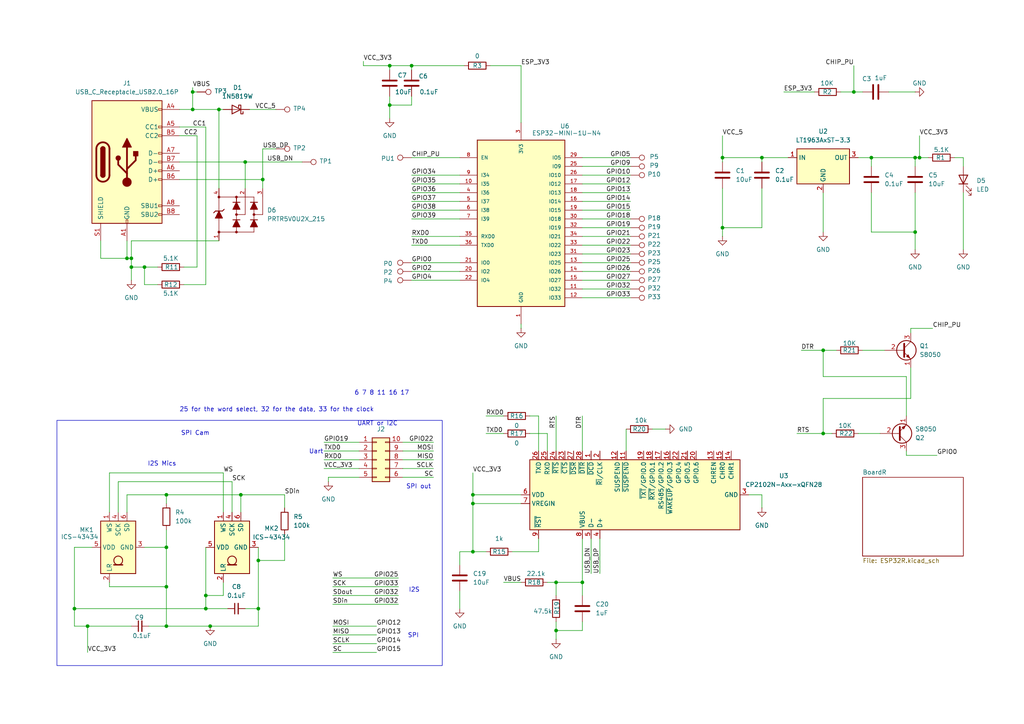
<source format=kicad_sch>
(kicad_sch (version 20231120) (generator "eeschema") (generator_version "8.0")
  (paper "A4")
  (lib_symbols
    (symbol "Connector:TestPoint" (pin_numbers hide) (pin_names (offset 0.762) hide)
      (property "Reference" "TP" (at 0 6.858 0))
      (property "Value" "TestPoint" (at 0 5.08 0))
      (symbol "TestPoint_1_1"
        (pin passive line (at 0 0 90) (length 2.54) (name "1") (number "1"))
      )
    )
    (symbol "Connector:USB_C_Receptacle_USB2.0_16P" (pin_names (offset 1.016))
      (property "Reference" "J" (at 0 22.225 0))
      (property "Value" "USB_C_Receptacle_USB2.0_16P" (at 0 19.685 0))
      (symbol "USB_C_Receptacle_USB2.0_16P_1_1"
        (pin passive line (at 0 -22.86 90) (length 5.08) (name "GND") (number "A1"))
        (pin passive line (at 0 -22.86 90) (length 5.08) hide (name "GND") (number "A12"))
        (pin passive line (at 15.24 15.24 180) (length 5.08) (name "VBUS") (number "A4"))
        (pin bidirectional line (at 15.24 10.16 180) (length 5.08) (name "CC1") (number "A5"))
        (pin bidirectional line (at 15.24 -2.54 180) (length 5.08) (name "D+") (number "A6"))
        (pin bidirectional line (at 15.24 2.54 180) (length 5.08) (name "D-") (number "A7"))
        (pin bidirectional line (at 15.24 -12.7 180) (length 5.08) (name "SBU1") (number "A8"))
        (pin passive line (at 15.24 15.24 180) (length 5.08) hide (name "VBUS") (number "A9"))
        (pin passive line (at 0 -22.86 90) (length 5.08) hide (name "GND") (number "B1"))
        (pin passive line (at 0 -22.86 90) (length 5.08) hide (name "GND") (number "B12"))
        (pin passive line (at 15.24 15.24 180) (length 5.08) hide (name "VBUS") (number "B4"))
        (pin bidirectional line (at 15.24 7.62 180) (length 5.08) (name "CC2") (number "B5"))
        (pin bidirectional line (at 15.24 -5.08 180) (length 5.08) (name "D+") (number "B6"))
        (pin bidirectional line (at 15.24 0 180) (length 5.08) (name "D-") (number "B7"))
        (pin bidirectional line (at 15.24 -15.24 180) (length 5.08) (name "SBU2") (number "B8"))
        (pin passive line (at 15.24 15.24 180) (length 5.08) hide (name "VBUS") (number "B9"))
        (pin passive line (at -7.62 -22.86 90) (length 5.08) (name "SHIELD") (number "S1"))
      )
    )
    (symbol "Connector_Generic:Conn_02x05_Counter_Clockwise" (pin_names (offset 1.016) hide)
      (property "Reference" "J" (at 1.27 7.62 0))
      (property "Value" "Conn_02x05_Counter_Clockwise" (at 1.27 -7.62 0))
      (symbol "Conn_02x05_Counter_Clockwise_1_1"
        (pin passive line (at -5.08 5.08 0) (length 3.81) (name "Pin_1") (number "1"))
        (pin passive line (at 7.62 5.08 180) (length 3.81) (name "Pin_10") (number "10"))
        (pin passive line (at -5.08 2.54 0) (length 3.81) (name "Pin_2") (number "2"))
        (pin passive line (at -5.08 0 0) (length 3.81) (name "Pin_3") (number "3"))
        (pin passive line (at -5.08 -2.54 0) (length 3.81) (name "Pin_4") (number "4"))
        (pin passive line (at -5.08 -5.08 0) (length 3.81) (name "Pin_5") (number "5"))
        (pin passive line (at 7.62 -5.08 180) (length 3.81) (name "Pin_6") (number "6"))
        (pin passive line (at 7.62 -2.54 180) (length 3.81) (name "Pin_7") (number "7"))
        (pin passive line (at 7.62 0 180) (length 3.81) (name "Pin_8") (number "8"))
        (pin passive line (at 7.62 2.54 180) (length 3.81) (name "Pin_9") (number "9"))
      )
    )
    (symbol "Device:C" (pin_numbers hide) (pin_names (offset 0.254))
      (property "Reference" "C" (at 0.635 2.54 0))
      (property "Value" "C" (at 0.635 -2.54 0))
      (symbol "C_1_1"
        (pin passive line (at 0 3.81 270) (length 2.794) (name "~") (number "1"))
        (pin passive line (at 0 -3.81 90) (length 2.794) (name "~") (number "2"))
      )
    )
    (symbol "Device:C_Small" (pin_numbers hide) (pin_names (offset 0.254) hide)
      (property "Reference" "C" (at 0.254 1.778 0))
      (property "Value" "C_Small" (at 0.254 -2.032 0))
      (symbol "C_Small_1_1"
        (pin passive line (at 0 2.54 270) (length 2.032) (name "~") (number "1"))
        (pin passive line (at 0 -2.54 90) (length 2.032) (name "~") (number "2"))
      )
    )
    (symbol "Device:LED" (pin_numbers hide) (pin_names (offset 1.016) hide)
      (property "Reference" "D" (at 0 2.54 0))
      (property "Value" "LED" (at 0 -2.54 0))
      (symbol "LED_1_1"
        (pin passive line (at -3.81 0 0) (length 2.54) (name "K") (number "1"))
        (pin passive line (at 3.81 0 180) (length 2.54) (name "A") (number "2"))
      )
    )
    (symbol "Device:R" (pin_numbers hide) (pin_names (offset 0))
      (property "Reference" "R" (at 2.032 0 90))
      (property "Value" "R" (at 0 0 90))
      (symbol "R_1_1"
        (pin passive line (at 0 3.81 270) (length 1.27) (name "~") (number "1"))
        (pin passive line (at 0 -3.81 90) (length 1.27) (name "~") (number "2"))
      )
    )
    (symbol "Diode:1N5819WS" (pin_numbers hide) (pin_names (offset 1.016) hide)
      (property "Reference" "D" (at 0 2.54 0))
      (property "Value" "1N5819WS" (at 0 -2.54 0))
      (symbol "1N5819WS_1_1"
        (pin passive line (at -3.81 0 0) (length 2.54) (name "K") (number "1"))
        (pin passive line (at 3.81 0 180) (length 2.54) (name "A") (number "2"))
      )
    )
    (symbol "ESP32-MINI-1U-N4:ESP32-MINI-1U-N4" (pin_names (offset 1.016))
      (property "Reference" "U" (at -12.7 28.702 0))
      (property "Value" "ESP32-MINI-1U-N4" (at 2.794 25.908 0))
      (symbol "ESP32-MINI-1U-N4_0_0"
        (pin input line (at -17.78 12.7 0) (length 5.08) (name "I35") (number "10"))
        (pin bidirectional line (at 17.78 -17.78 180) (length 5.08) (name "IO32") (number "11"))
        (pin bidirectional line (at 17.78 -20.32 180) (length 5.08) (name "IO33") (number "12"))
        (pin bidirectional line (at 17.78 -10.16 180) (length 5.08) (name "IO25") (number "13"))
        (pin bidirectional line (at 17.78 -12.7 180) (length 5.08) (name "IO26") (number "14"))
        (pin bidirectional line (at 17.78 -15.24 180) (length 5.08) (name "IO27") (number "15"))
        (pin bidirectional line (at 17.78 7.62 180) (length 5.08) (name "IO14") (number "16"))
        (pin bidirectional line (at 17.78 12.7 180) (length 5.08) (name "IO12") (number "17"))
        (pin bidirectional line (at 17.78 10.16 180) (length 5.08) (name "IO13") (number "18"))
        (pin bidirectional line (at 17.78 5.08 180) (length 5.08) (name "IO15") (number "19"))
        (pin bidirectional line (at -17.78 -12.7 0) (length 5.08) (name "IO2") (number "20"))
        (pin bidirectional line (at -17.78 -10.16 0) (length 5.08) (name "IO0") (number "21"))
        (pin bidirectional line (at -17.78 -15.24 0) (length 5.08) (name "IO4") (number "22"))
        (pin bidirectional line (at 17.78 17.78 180) (length 5.08) (name "IO9") (number "25"))
        (pin bidirectional line (at 17.78 15.24 180) (length 5.08) (name "IO10") (number "26"))
        (pin bidirectional line (at 17.78 20.32 180) (length 5.08) (name "IO5") (number "29"))
        (pin power_in line (at 0 30.48 270) (length 5.08) (name "3V3") (number "3"))
        (pin bidirectional line (at 17.78 2.54 180) (length 5.08) (name "IO18") (number "30"))
        (pin bidirectional line (at 17.78 -7.62 180) (length 5.08) (name "IO23") (number "31"))
        (pin bidirectional line (at 17.78 0 180) (length 5.08) (name "IO19") (number "32"))
        (pin bidirectional line (at 17.78 -5.08 180) (length 5.08) (name "IO22") (number "33"))
        (pin bidirectional line (at 17.78 -2.54 180) (length 5.08) (name "IO21") (number "34"))
        (pin bidirectional line (at -17.78 -2.54 0) (length 5.08) (name "RXD0") (number "35"))
        (pin bidirectional line (at -17.78 -5.08 0) (length 5.08) (name "TXD0") (number "36"))
        (pin input line (at -17.78 10.16 0) (length 5.08) (name "I36") (number "4"))
        (pin input line (at -17.78 7.62 0) (length 5.08) (name "I37") (number "5"))
        (pin input line (at -17.78 5.08 0) (length 5.08) (name "I38") (number "6"))
        (pin input line (at -17.78 2.54 0) (length 5.08) (name "I39") (number "7"))
        (pin input line (at -17.78 20.32 0) (length 5.08) (name "EN") (number "8"))
        (pin input line (at -17.78 15.24 0) (length 5.08) (name "I34") (number "9"))
      )
      (symbol "ESP32-MINI-1U-N4_1_0"
        (pin power_in line (at 0 -27.94 90) (length 5.08) (name "GND") (number "1"))
        (pin power_in line (at 0 -27.94 90) (length 5.08) hide (name "GND") (number "2"))
        (pin no_connect line (at -17.78 -20.32 0) (length 5.08) hide (name "NC") (number "23"))
        (pin no_connect line (at -17.78 -20.32 0) (length 5.08) hide (name "NC__1") (number "24"))
        (pin power_in line (at 0 -27.94 90) (length 5.08) hide (name "GND") (number "27"))
        (pin no_connect line (at -17.78 -20.32 0) (length 5.08) hide (name "NC__2") (number "28"))
        (pin no_connect line (at -17.78 -20.32 0) (length 5.08) hide (name "NC__3") (number "37"))
        (pin power_in line (at 0 -27.94 90) (length 5.08) hide (name "GND") (number "38"))
        (pin power_in line (at 0 -27.94 90) (length 5.08) hide (name "GND") (number "39"))
        (pin power_in line (at 0 -27.94 90) (length 5.08) hide (name "GND") (number "40"))
        (pin power_in line (at 0 -27.94 90) (length 5.08) hide (name "GND") (number "41"))
        (pin power_in line (at 0 -27.94 90) (length 5.08) hide (name "GND") (number "42"))
        (pin power_in line (at 0 -27.94 90) (length 5.08) hide (name "GND") (number "43"))
        (pin power_in line (at 0 -27.94 90) (length 5.08) hide (name "GND") (number "44"))
        (pin power_in line (at 0 -27.94 90) (length 5.08) hide (name "GND") (number "45"))
        (pin power_in line (at 0 -27.94 90) (length 5.08) hide (name "GND") (number "46"))
        (pin power_in line (at 0 -27.94 90) (length 5.08) hide (name "GND") (number "47"))
        (pin power_in line (at 0 -27.94 90) (length 5.08) hide (name "GND") (number "48"))
        (pin power_in line (at 0 -27.94 90) (length 5.08) hide (name "GND") (number "49"))
        (pin power_in line (at 0 -27.94 90) (length 5.08) hide (name "GND") (number "50"))
        (pin power_in line (at 0 -27.94 90) (length 5.08) hide (name "GND") (number "51"))
        (pin power_in line (at 0 -27.94 90) (length 5.08) hide (name "GND") (number "52"))
        (pin power_in line (at 0 -27.94 90) (length 5.08) hide (name "GND") (number "53"))
        (pin power_in line (at 0 -27.94 90) (length 5.08) hide (name "GND") (number "54"))
        (pin power_in line (at 0 -27.94 90) (length 5.08) hide (name "GND") (number "55"))
        (pin power_in line (at 0 -27.94 90) (length 5.08) hide (name "GND") (number "56"))
        (pin power_in line (at 0 -27.94 90) (length 5.08) hide (name "GND") (number "57"))
        (pin power_in line (at 0 -27.94 90) (length 5.08) hide (name "GND") (number "58"))
        (pin power_in line (at 0 -27.94 90) (length 5.08) hide (name "GND") (number "59"))
        (pin power_in line (at 0 -27.94 90) (length 5.08) hide (name "GND") (number "60"))
        (pin power_in line (at 0 -27.94 90) (length 5.08) hide (name "GND") (number "61"))
        (pin power_in line (at 0 -27.94 90) (length 5.08) hide (name "GND") (number "62"))
      )
    )
    (symbol "Interface_USB:CP2102N-Axx-xQFN28"
      (property "Reference" "U" (at -8.89 31.75 0))
      (property "Value" "CP2102N-Axx-xQFN28" (at 12.7 31.75 0))
      (symbol "CP2102N-Axx-xQFN28_1_1"
        (pin input line (at 12.7 12.7 180) (length 2.54) (name "~{DCD}") (number "1"))
        (pin no_connect line (at -10.16 -27.94 0) (length 2.54) hide (name "NC") (number "10"))
        (pin output line (at 12.7 2.54 180) (length 2.54) (name "~{SUSPEND}") (number "11"))
        (pin output line (at 12.7 5.08 180) (length 2.54) (name "SUSPEND") (number "12"))
        (pin output line (at 12.7 -22.86 180) (length 2.54) (name "CHREN") (number "13"))
        (pin output line (at 12.7 -27.94 180) (length 2.54) (name "CHR1") (number "14"))
        (pin output line (at 12.7 -25.4 180) (length 2.54) (name "CHR0") (number "15"))
        (pin bidirectional line (at 12.7 -10.16 180) (length 2.54) (name "~{WAKEUP}/GPIO.3") (number "16"))
        (pin bidirectional line (at 12.7 -7.62 180) (length 2.54) (name "RS485/GPIO.2") (number "17"))
        (pin bidirectional line (at 12.7 -5.08 180) (length 2.54) (name "~{RXT}/GPIO.1") (number "18"))
        (pin bidirectional line (at 12.7 -2.54 180) (length 2.54) (name "~{TXT}/GPIO.0") (number "19"))
        (pin bidirectional line (at 12.7 10.16 180) (length 2.54) (name "~{RI}/CLK") (number "2"))
        (pin bidirectional line (at 12.7 -17.78 180) (length 2.54) (name "GPIO.6") (number "20"))
        (pin bidirectional line (at 12.7 -15.24 180) (length 2.54) (name "GPIO.5") (number "21"))
        (pin bidirectional line (at 12.7 -12.7 180) (length 2.54) (name "GPIO.4") (number "22"))
        (pin input line (at 12.7 20.32 180) (length 2.54) (name "~{CTS}") (number "23"))
        (pin output line (at 12.7 22.86 180) (length 2.54) (name "~{RTS}") (number "24"))
        (pin input line (at 12.7 25.4 180) (length 2.54) (name "RXD") (number "25"))
        (pin output line (at 12.7 27.94 180) (length 2.54) (name "TXD") (number "26"))
        (pin input line (at 12.7 17.78 180) (length 2.54) (name "~{DSR}") (number "27"))
        (pin output line (at 12.7 15.24 180) (length 2.54) (name "~{DTR}") (number "28"))
        (pin passive line (at 0 -33.02 90) (length 2.54) hide (name "GND") (number "29"))
        (pin power_in line (at 0 -33.02 90) (length 2.54) (name "GND") (number "3"))
        (pin bidirectional line (at -12.7 10.16 0) (length 2.54) (name "D+") (number "4"))
        (pin bidirectional line (at -12.7 12.7 0) (length 2.54) (name "D-") (number "5"))
        (pin power_in line (at 0 33.02 270) (length 2.54) (name "VDD") (number "6"))
        (pin power_in line (at -2.54 33.02 270) (length 2.54) (name "VREGIN") (number "7"))
        (pin input line (at -12.7 15.24 0) (length 2.54) (name "VBUS") (number "8"))
        (pin input line (at -12.7 27.94 0) (length 2.54) (name "~{RST}") (number "9"))
      )
    )
    (symbol "PRTR5V0U2X_215:PRTR5V0U2X_215" (pin_names (offset 1.016))
      (property "Reference" "D" (at -2.5474 -7.5404 0))
      (property "Value" "PRTR5V0U2X_215" (at -2.543 -10.3245 0))
      (symbol "PRTR5V0U2X_215_0_0"
        (pin passive line (at -5.08 -7.62 90) (length 2.54) (name "~") (number "1"))
        (pin passive line (at 2.54 7.62 270) (length 2.54) (name "~") (number "2"))
        (pin passive line (at 7.62 7.62 270) (length 2.54) (name "~") (number "3"))
        (pin passive line (at -5.08 7.62 270) (length 2.54) (name "~") (number "4"))
      )
    )
    (symbol "Regulator_Linear:LT1963AxST-3.3"
      (property "Reference" "U2" (at 0 10.16 0))
      (property "Value" "LT1963AxST-3.3" (at 0 7.62 0))
      (symbol "LT1963AxST-3.3_1_1"
        (pin power_in line (at -10.16 2.54 0) (length 2.54) (name "IN") (number "1"))
        (pin power_in line (at 0 -7.62 90) (length 2.54) (name "GND") (number "2"))
        (pin power_out line (at 10.16 2.54 180) (length 2.54) (name "OUT") (number "3"))
        (pin power_in line (at 0 -7.62 90) (length 2.54) hide (name "GND") (number "4"))
      )
    )
    (symbol "Sensor_Audio:ICS-43434"
      (property "Reference" "MK" (at -7.62 6.35 0))
      (property "Value" "ICS-43434" (at 1.27 6.35 0))
      (symbol "ICS-43434_1_1"
        (pin input line (at 10.16 2.54 180) (length 2.54) (name "WS") (number "1"))
        (pin input line (at -10.16 2.54 0) (length 2.54) (name "LR") (number "2"))
        (pin power_in line (at 0 -7.62 90) (length 2.54) (name "GND") (number "3"))
        (pin input line (at 10.16 0 180) (length 2.54) (name "SCK") (number "4"))
        (pin power_in line (at 0 7.62 270) (length 2.54) (name "VDD") (number "5"))
        (pin output line (at 10.16 -2.54 180) (length 2.54) (name "SD") (number "6"))
      )
    )
    (symbol "Transistor_BJT:S8050" (pin_names (offset 0) hide)
      (property "Reference" "Q" (at 5.08 1.905 0))
      (property "Value" "S8050" (at 5.08 0 0))
      (symbol "S8050_1_1"
        (pin passive line (at 2.54 -5.08 90) (length 2.54) (name "E") (number "1"))
        (pin input line (at -5.08 0 0) (length 5.08) (name "B") (number "2"))
        (pin passive line (at 2.54 5.08 270) (length 2.54) (name "C") (number "3"))
      )
    )
    (symbol "power:GND" (power) (pin_numbers hide) (pin_names (offset 0) hide)
      (property "Value" "GND" (at 0 -3.81 0))
      (symbol "GND_1_1"
        (pin power_in line (at 0 0 270) (length 0) (name "~") (number "1"))
      )
    )
  )
  (junction (at 38.1 74.93))
  (junction (at 161.29 168.91))
  (junction (at 71.12 46.99))
  (junction (at 59.69 172.72))
  (junction (at 59.69 176.53))
  (junction (at 69.85 143.51))
  (junction (at 48.26 181.61))
  (junction (at 265.43 45.72))
  (junction (at 76.2 52.07))
  (junction (at 265.43 67.31))
  (junction (at 209.55 66.04))
  (junction (at 74.93 162.56))
  (junction (at 247.65 26.67))
  (junction (at 168.91 168.91))
  (junction (at 41.91 77.47))
  (junction (at 63.5 31.75))
  (junction (at 48.26 158.75))
  (junction (at 238.76 101.6))
  (junction (at 38.1 77.47))
  (junction (at 48.26 143.51))
  (junction (at 266.7 45.72))
  (junction (at 55.88 26.67))
  (junction (at 25.4 181.61))
  (junction (at 113.03 19.05))
  (junction (at 220.98 45.72))
  (junction (at 60.96 181.61))
  (junction (at 238.76 125.73))
  (junction (at 21.59 176.53))
  (junction (at 209.55 45.72))
  (junction (at 137.16 160.02))
  (junction (at 113.03 30.48))
  (junction (at 48.26 170.18))
  (junction (at 161.29 182.88))
  (junction (at 119.38 19.05))
  (junction (at 137.16 143.51))
  (junction (at 252.73 45.72))
  (junction (at 55.88 31.75))
  (junction (at 74.93 176.53))
  (junction (at 36.83 74.93))
  (junction (at 137.16 146.05))
  (wire (pts (xy 153.67 125.73) (xy 158.75 125.73)))
  (wire (pts (xy 36.83 69.85) (xy 36.83 74.93)))
  (wire (pts (xy 69.85 143.51) (xy 82.55 143.51)))
  (wire (pts (xy 133.35 58.42) (xy 119.38 58.42)))
  (wire (pts (xy 74.93 181.61) (xy 74.93 176.53)))
  (wire (pts (xy 67.31 139.7) (xy 67.31 148.59)))
  (wire (pts (xy 25.4 181.61) (xy 21.59 181.61)))
  (wire (pts (xy 137.16 146.05) (xy 151.13 146.05)))
  (wire (pts (xy 105.41 19.05) (xy 113.03 19.05)))
  (wire (pts (xy 161.29 168.91) (xy 161.29 172.72)))
  (wire (pts (xy 182.88 63.5) (xy 168.91 63.5)))
  (wire (pts (xy 72.39 31.75) (xy 80.01 31.75)))
  (wire (pts (xy 231.14 125.73) (xy 238.76 125.73)))
  (wire (pts (xy 104.14 138.43) (xy 95.25 138.43)))
  (wire (pts (xy 59.69 82.55) (xy 53.34 82.55)))
  (wire (pts (xy 161.29 180.34) (xy 161.29 182.88)))
  (wire (pts (xy 161.29 120.65) (xy 161.29 130.81)))
  (wire (pts (xy 252.73 45.72) (xy 252.73 48.26)))
  (wire (pts (xy 168.91 81.28) (xy 182.88 81.28)))
  (wire (pts (xy 113.03 19.05) (xy 119.38 19.05)))
  (wire (pts (xy 146.05 168.91) (xy 151.13 168.91)))
  (wire (pts (xy 252.73 55.88) (xy 252.73 67.31)))
  (wire (pts (xy 168.91 66.04) (xy 182.88 66.04)))
  (wire (pts (xy 182.88 53.34) (xy 168.91 53.34)))
  (wire (pts (xy 133.35 160.02) (xy 137.16 160.02)))
  (wire (pts (xy 168.91 73.66) (xy 182.88 73.66)))
  (wire (pts (xy 96.52 172.72) (xy 115.57 172.72)))
  (wire (pts (xy 43.18 181.61) (xy 48.26 181.61)))
  (wire (pts (xy 137.16 160.02) (xy 140.97 160.02)))
  (wire (pts (xy 156.21 156.21) (xy 156.21 160.02)))
  (wire (pts (xy 36.83 143.51) (xy 48.26 143.51)))
  (wire (pts (xy 238.76 115.57) (xy 238.76 125.73)))
  (wire (pts (xy 158.75 168.91) (xy 161.29 168.91)))
  (wire (pts (xy 48.26 143.51) (xy 48.26 146.05)))
  (wire (pts (xy 133.35 68.58) (xy 119.38 68.58)))
  (wire (pts (xy 262.89 132.08) (xy 271.78 132.08)))
  (wire (pts (xy 137.16 143.51) (xy 137.16 146.05)))
  (wire (pts (xy 41.91 77.47) (xy 45.72 77.47)))
  (wire (pts (xy 55.88 26.67) (xy 55.88 31.75)))
  (wire (pts (xy 38.1 77.47) (xy 38.1 74.93)))
  (wire (pts (xy 220.98 143.51) (xy 217.17 143.51)))
  (wire (pts (xy 59.69 172.72) (xy 64.77 172.72)))
  (wire (pts (xy 52.07 31.75) (xy 55.88 31.75)))
  (wire (pts (xy 257.81 26.67) (xy 265.43 26.67)))
  (wire (pts (xy 264.16 96.52) (xy 264.16 95.25)))
  (wire (pts (xy 93.98 135.89) (xy 104.14 135.89)))
  (wire (pts (xy 21.59 176.53) (xy 59.69 176.53)))
  (wire (pts (xy 168.91 68.58) (xy 182.88 68.58)))
  (wire (pts (xy 119.38 27.94) (xy 119.38 30.48)))
  (wire (pts (xy 168.91 168.91) (xy 168.91 172.72)))
  (wire (pts (xy 168.91 168.91) (xy 168.91 156.21)))
  (wire (pts (xy 168.91 71.12) (xy 182.88 71.12)))
  (wire (pts (xy 74.93 162.56) (xy 74.93 158.75)))
  (wire (pts (xy 133.35 176.53) (xy 133.35 171.45)))
  (wire (pts (xy 133.35 63.5) (xy 119.38 63.5)))
  (wire (pts (xy 116.84 128.27) (xy 125.73 128.27)))
  (wire (pts (xy 113.03 19.05) (xy 113.03 20.32)))
  (wire (pts (xy 220.98 45.72) (xy 228.6 45.72)))
  (wire (pts (xy 252.73 67.31) (xy 265.43 67.31)))
  (wire (pts (xy 133.35 163.83) (xy 133.35 160.02)))
  (wire (pts (xy 59.69 172.72) (xy 59.69 158.75)))
  (wire (pts (xy 21.59 158.75) (xy 21.59 176.53)))
  (wire (pts (xy 168.91 78.74) (xy 182.88 78.74)))
  (wire (pts (xy 248.92 45.72) (xy 252.73 45.72)))
  (wire (pts (xy 119.38 76.2) (xy 133.35 76.2)))
  (wire (pts (xy 156.21 160.02) (xy 148.59 160.02)))
  (wire (pts (xy 38.1 81.28) (xy 38.1 77.47)))
  (wire (pts (xy 265.43 55.88) (xy 265.43 67.31)))
  (wire (pts (xy 48.26 143.51) (xy 69.85 143.51)))
  (wire (pts (xy 182.88 60.96) (xy 168.91 60.96)))
  (wire (pts (xy 156.21 120.65) (xy 156.21 130.81)))
  (wire (pts (xy 125.73 138.43) (xy 116.84 138.43)))
  (wire (pts (xy 113.03 30.48) (xy 113.03 34.29)))
  (wire (pts (xy 262.89 130.81) (xy 262.89 132.08)))
  (wire (pts (xy 41.91 158.75) (xy 48.26 158.75)))
  (wire (pts (xy 93.98 130.81) (xy 104.14 130.81)))
  (wire (pts (xy 238.76 101.6) (xy 242.57 101.6)))
  (wire (pts (xy 119.38 78.74) (xy 133.35 78.74)))
  (wire (pts (xy 74.93 176.53) (xy 74.93 162.56)))
  (wire (pts (xy 96.52 170.18) (xy 115.57 170.18)))
  (wire (pts (xy 182.88 45.72) (xy 168.91 45.72)))
  (wire (pts (xy 265.43 67.31) (xy 265.43 72.39)))
  (wire (pts (xy 265.43 45.72) (xy 266.7 45.72)))
  (wire (pts (xy 182.88 50.8) (xy 168.91 50.8)))
  (wire (pts (xy 71.12 46.99) (xy 71.12 54.61)))
  (wire (pts (xy 93.98 133.35) (xy 104.14 133.35)))
  (wire (pts (xy 48.26 181.61) (xy 60.96 181.61)))
  (wire (pts (xy 265.43 45.72) (xy 265.43 48.26)))
  (wire (pts (xy 266.7 39.37) (xy 266.7 45.72)))
  (wire (pts (xy 243.84 26.67) (xy 247.65 26.67)))
  (wire (pts (xy 264.16 115.57) (xy 238.76 115.57)))
  (wire (pts (xy 250.19 101.6) (xy 256.54 101.6)))
  (wire (pts (xy 279.4 55.88) (xy 279.4 72.39)))
  (wire (pts (xy 189.23 124.46) (xy 193.04 124.46)))
  (wire (pts (xy 38.1 69.85) (xy 38.1 74.93)))
  (wire (pts (xy 232.41 101.6) (xy 238.76 101.6)))
  (wire (pts (xy 247.65 26.67) (xy 250.19 26.67)))
  (wire (pts (xy 264.16 95.25) (xy 270.51 95.25)))
  (wire (pts (xy 104.14 128.27) (xy 93.98 128.27)))
  (wire (pts (xy 52.07 52.07) (xy 76.2 52.07)))
  (wire (pts (xy 220.98 46.99) (xy 220.98 45.72)))
  (wire (pts (xy 21.59 181.61) (xy 21.59 176.53)))
  (wire (pts (xy 119.38 45.72) (xy 133.35 45.72)))
  (wire (pts (xy 161.29 182.88) (xy 161.29 185.42)))
  (wire (pts (xy 238.76 55.88) (xy 238.76 67.31)))
  (wire (pts (xy 57.15 77.47) (xy 53.34 77.47)))
  (wire (pts (xy 153.67 120.65) (xy 156.21 120.65)))
  (wire (pts (xy 182.88 58.42) (xy 168.91 58.42)))
  (wire (pts (xy 48.26 153.67) (xy 48.26 158.75)))
  (wire (pts (xy 113.03 27.94) (xy 113.03 30.48)))
  (wire (pts (xy 125.73 133.35) (xy 116.84 133.35)))
  (wire (pts (xy 48.26 158.75) (xy 48.26 170.18)))
  (wire (pts (xy 82.55 154.94) (xy 82.55 162.56)))
  (wire (pts (xy 36.83 74.93) (xy 38.1 74.93)))
  (wire (pts (xy 119.38 30.48) (xy 113.03 30.48)))
  (wire (pts (xy 248.92 125.73) (xy 255.27 125.73)))
  (wire (pts (xy 220.98 143.51) (xy 220.98 147.32)))
  (wire (pts (xy 57.15 26.67) (xy 55.88 26.67)))
  (wire (pts (xy 95.25 138.43) (xy 95.25 139.7)))
  (wire (pts (xy 209.55 45.72) (xy 220.98 45.72)))
  (wire (pts (xy 262.89 120.65) (xy 262.89 109.22)))
  (wire (pts (xy 96.52 175.26) (xy 115.57 175.26)))
  (wire (pts (xy 264.16 106.68) (xy 264.16 115.57)))
  (wire (pts (xy 119.38 19.05) (xy 134.62 19.05)))
  (wire (pts (xy 133.35 71.12) (xy 119.38 71.12)))
  (wire (pts (xy 57.15 39.37) (xy 57.15 77.47)))
  (wire (pts (xy 137.16 143.51) (xy 151.13 143.51)))
  (wire (pts (xy 168.91 76.2) (xy 182.88 76.2)))
  (wire (pts (xy 76.2 43.18) (xy 76.2 52.07)))
  (wire (pts (xy 80.01 43.18) (xy 76.2 43.18)))
  (wire (pts (xy 55.88 31.75) (xy 63.5 31.75)))
  (wire (pts (xy 29.21 69.85) (xy 29.21 74.93)))
  (wire (pts (xy 151.13 35.56) (xy 151.13 19.05)))
  (wire (pts (xy 140.97 120.65) (xy 146.05 120.65)))
  (wire (pts (xy 76.2 52.07) (xy 76.2 54.61)))
  (wire (pts (xy 238.76 109.22) (xy 238.76 101.6)))
  (wire (pts (xy 31.75 170.18) (xy 48.26 170.18)))
  (wire (pts (xy 252.73 45.72) (xy 265.43 45.72)))
  (wire (pts (xy 262.89 109.22) (xy 238.76 109.22)))
  (wire (pts (xy 38.1 77.47) (xy 41.91 77.47)))
  (wire (pts (xy 71.12 176.53) (xy 74.93 176.53)))
  (wire (pts (xy 64.77 148.59) (xy 64.77 137.16)))
  (wire (pts (xy 29.21 74.93) (xy 36.83 74.93)))
  (wire (pts (xy 34.29 139.7) (xy 34.29 148.59)))
  (wire (pts (xy 158.75 125.73) (xy 158.75 130.81)))
  (wire (pts (xy 279.4 45.72) (xy 279.4 48.26)))
  (wire (pts (xy 116.84 130.81) (xy 125.73 130.81)))
  (wire (pts (xy 26.67 158.75) (xy 21.59 158.75)))
  (wire (pts (xy 161.29 168.91) (xy 168.91 168.91)))
  (wire (pts (xy 25.4 189.23) (xy 25.4 181.61)))
  (wire (pts (xy 151.13 93.98) (xy 151.13 95.25)))
  (wire (pts (xy 48.26 170.18) (xy 48.26 181.61)))
  (wire (pts (xy 181.61 124.46) (xy 181.61 130.81)))
  (wire (pts (xy 168.91 182.88) (xy 161.29 182.88)))
  (wire (pts (xy 137.16 137.16) (xy 137.16 143.51)))
  (wire (pts (xy 59.69 176.53) (xy 66.04 176.53)))
  (wire (pts (xy 168.91 86.36) (xy 182.88 86.36)))
  (wire (pts (xy 45.72 82.55) (xy 41.91 82.55)))
  (wire (pts (xy 71.12 46.99) (xy 87.63 46.99)))
  (wire (pts (xy 151.13 19.05) (xy 142.24 19.05)))
  (wire (pts (xy 31.75 137.16) (xy 31.75 148.59)))
  (wire (pts (xy 63.5 31.75) (xy 64.77 31.75)))
  (wire (pts (xy 125.73 135.89) (xy 116.84 135.89)))
  (wire (pts (xy 247.65 26.67) (xy 247.65 19.05)))
  (wire (pts (xy 69.85 143.51) (xy 69.85 148.59)))
  (wire (pts (xy 96.52 181.61) (xy 109.22 181.61)))
  (wire (pts (xy 52.07 46.99) (xy 71.12 46.99)))
  (wire (pts (xy 276.86 45.72) (xy 279.4 45.72)))
  (wire (pts (xy 133.35 50.8) (xy 119.38 50.8)))
  (wire (pts (xy 133.35 55.88) (xy 119.38 55.88)))
  (wire (pts (xy 209.55 66.04) (xy 209.55 68.58)))
  (wire (pts (xy 63.5 31.75) (xy 63.5 54.61)))
  (wire (pts (xy 41.91 82.55) (xy 41.91 77.47)))
  (wire (pts (xy 31.75 170.18) (xy 31.75 168.91)))
  (wire (pts (xy 36.83 148.59) (xy 36.83 143.51)))
  (wire (pts (xy 96.52 189.23) (xy 109.22 189.23)))
  (wire (pts (xy 168.91 180.34) (xy 168.91 182.88)))
  (wire (pts (xy 137.16 146.05) (xy 137.16 160.02)))
  (wire (pts (xy 34.29 139.7) (xy 67.31 139.7)))
  (wire (pts (xy 133.35 53.34) (xy 119.38 53.34)))
  (wire (pts (xy 209.55 39.37) (xy 209.55 45.72)))
  (wire (pts (xy 171.45 156.21) (xy 171.45 166.37)))
  (wire (pts (xy 60.96 181.61) (xy 74.93 181.61)))
  (wire (pts (xy 266.7 45.72) (xy 269.24 45.72)))
  (wire (pts (xy 74.93 162.56) (xy 82.55 162.56)))
  (wire (pts (xy 227.33 26.67) (xy 236.22 26.67)))
  (wire (pts (xy 140.97 125.73) (xy 146.05 125.73)))
  (wire (pts (xy 182.88 48.26) (xy 168.91 48.26)))
  (wire (pts (xy 220.98 66.04) (xy 209.55 66.04)))
  (wire (pts (xy 64.77 137.16) (xy 31.75 137.16)))
  (wire (pts (xy 96.52 184.15) (xy 109.22 184.15)))
  (wire (pts (xy 59.69 36.83) (xy 59.69 82.55)))
  (wire (pts (xy 168.91 120.65) (xy 168.91 130.81)))
  (wire (pts (xy 105.41 17.78) (xy 105.41 19.05)))
  (wire (pts (xy 119.38 19.05) (xy 119.38 20.32)))
  (wire (pts (xy 38.1 181.61) (xy 25.4 181.61)))
  (wire (pts (xy 238.76 125.73) (xy 241.3 125.73)))
  (wire (pts (xy 96.52 186.69) (xy 109.22 186.69)))
  (wire (pts (xy 173.99 156.21) (xy 173.99 166.37)))
  (wire (pts (xy 168.91 83.82) (xy 182.88 83.82)))
  (wire (pts (xy 220.98 54.61) (xy 220.98 66.04)))
  (wire (pts (xy 209.55 46.99) (xy 209.55 45.72)))
  (wire (pts (xy 119.38 81.28) (xy 133.35 81.28)))
  (wire (pts (xy 133.35 60.96) (xy 119.38 60.96)))
  (wire (pts (xy 64.77 168.91) (xy 64.77 172.72)))
  (wire (pts (xy 59.69 176.53) (xy 59.69 172.72)))
  (wire (pts (xy 209.55 54.61) (xy 209.55 66.04)))
  (wire (pts (xy 52.07 39.37) (xy 57.15 39.37)))
  (wire (pts (xy 182.88 55.88) (xy 168.91 55.88)))
  (wire (pts (xy 52.07 36.83) (xy 59.69 36.83)))
  (wire (pts (xy 38.1 69.85) (xy 63.5 69.85)))
  (wire (pts (xy 55.88 25.4) (xy 55.88 26.67)))
  (wire (pts (xy 82.55 143.51) (xy 82.55 147.32)))
  (wire (pts (xy 96.52 167.64) (xy 115.57 167.64)))
  (rectangle (start 16.51 121.92) (end 128.27 193.04))
  (text "UART or I2C\n" (at 109.474 122.936 0) (effects (font (size 1.27 1.27))))
  (text "I2S" (at 120.142 171.196 0) (effects (font (size 1.27 1.27))))
  (text "SPI Cam\n" (at 56.642 125.73 0) (effects (font (size 1.27 1.27))))
  (text "25 for the word select, 32 for the data, 33 for the clock" (at 80.264 118.872 0) (effects (font (size 1.27 1.27))))
  (text "I2S Mics" (at 46.99 134.62 0) (effects (font (size 1.27 1.27))))
  (text "Uart\n" (at 91.694 131.064 0) (effects (font (size 1.27 1.27))))
  (text "SPI out\n" (at 121.412 141.224 0) (effects (font (size 1.27 1.27))))
  (text "6 7 8 11 16 17" (at 110.744 114.046 0) (effects (font (size 1.27 1.27))))
  (text "SPI\n" (at 119.888 184.404 0) (effects (font (size 1.27 1.27))))
  (label "GPIO34" (at 119.38 50.8 0))
  (label "DTR" (at 168.91 120.65 270))
  (label "GPIO0" (at 271.78 132.08 0) (property "Netclass" "GPIO0" (effects (hide yes))))
  (label "VBUS" (at 146.05 168.91 0))
  (label "GPIO32" (at 182.88 83.82 180))
  (label "GPIO12" (at 109.22 181.61 0))
  (label "RTS" (at 161.29 120.65 270))
  (label "GPIO19" (at 182.88 66.04 180))
  (label "GPIO15" (at 182.88 60.96 180))
  (label "GPIO39" (at 119.38 63.5 0))
  (label "GPIO33" (at 115.57 170.18 180))
  (label "TXD0" (at 140.97 125.73 0))
  (label "TXD0" (at 93.98 130.81 0))
  (label "MOSI" (at 125.73 130.81 180))
  (label "GPIO27" (at 182.88 81.28 180))
  (label "SCK" (at 67.31 139.7 0))
  (label "GPIO14" (at 182.88 58.42 180))
  (label "GPIO32" (at 115.57 172.72 180))
  (label "USB_DN" (at 77.47 46.99 0))
  (label "ESP_3V3" (at 151.13 19.05 0))
  (label "GPIO14" (at 109.22 186.69 0))
  (label "USB_DP" (at 173.99 166.37 90))
  (label "GPIO26" (at 182.88 78.74 180))
  (label "DTR" (at 232.41 101.6 0))
  (label "GPIO22" (at 125.73 128.27 180))
  (label "SDin" (at 82.55 143.51 0))
  (label "GPIO9" (at 182.88 48.26 180))
  (label "RXD0" (at 140.97 120.65 0))
  (label "GPIO15" (at 109.22 189.23 0))
  (label "RXD0" (at 119.38 68.58 0))
  (label "MISO" (at 125.73 133.35 180))
  (label "GPIO18" (at 182.88 63.5 180))
  (label "GPIO0" (at 119.38 76.2 0) (property "Netclass" "GPIO0" (effects (hide yes))))
  (label "VCC_3V3" (at 93.98 135.89 0))
  (label "ESP_3V3" (at 227.33 26.67 0))
  (label "CC1" (at 55.88 36.83 0))
  (label "USB_DP" (at 76.2 43.18 0))
  (label "SDout" (at 96.52 172.72 0))
  (label "GPIO37" (at 119.38 58.42 0))
  (label "RXD0" (at 93.98 133.35 0))
  (label "RTS" (at 231.14 125.73 0))
  (label "SC" (at 96.52 189.23 0))
  (label "GPIO33" (at 182.88 86.36 180))
  (label "TXD0" (at 119.38 71.12 0))
  (label "GPIO4" (at 119.38 81.28 0))
  (label "GPIO22" (at 182.88 71.12 180))
  (label "VBUS" (at 55.88 25.4 0))
  (label "GPIO38" (at 119.38 60.96 0))
  (label "GPIO2" (at 119.38 78.74 0))
  (label "MOSI" (at 96.52 181.61 0))
  (label "GPIO36" (at 119.38 55.88 0))
  (label "GPIO23" (at 182.88 73.66 180))
  (label "VCC_3V3" (at 25.4 189.23 0))
  (label "USB_DN" (at 171.45 166.37 90))
  (label "SDin" (at 96.52 175.26 0))
  (label "GPIO13" (at 109.22 184.15 0))
  (label "CHIP_PU" (at 270.51 95.25 0))
  (label "CHIP_PU" (at 119.38 45.72 0))
  (label "SCLK" (at 125.73 135.89 180))
  (label "WS" (at 96.52 167.64 0))
  (label "GPIO32" (at 115.57 175.26 180))
  (label "GPIO12" (at 182.88 53.34 180))
  (label "VCC_3V3" (at 266.7 39.37 0))
  (label "GPIO25" (at 115.57 167.64 180))
  (label "GPIO35" (at 119.38 53.34 0))
  (label "GPIO19" (at 93.98 128.27 0))
  (label "WS" (at 64.77 137.16 0))
  (label "SCK" (at 96.52 170.18 0))
  (label "SC" (at 125.73 138.43 180))
  (label "SCLK" (at 96.52 186.69 0))
  (label "CHIP_PU" (at 247.65 19.05 180))
  (label "GPIO13" (at 182.88 55.88 180))
  (label "GPIO25" (at 182.88 76.2 180))
  (label "CC2" (at 53.34 39.37 0))
  (label "VCC_3V3" (at 137.16 137.16 0))
  (label "VCC_3V3" (at 105.41 17.78 0))
  (label "GPIO5" (at 182.88 45.72 180))
  (label "VCC_5" (at 80.01 31.75 180))
  (label "GPIO10" (at 182.88 50.8 180))
  (label "GPIO21" (at 182.88 68.58 180))
  (label "MISO" (at 96.52 184.15 0))
  (label "VCC_5" (at 209.55 39.37 0))
  (symbol (lib_id "Device:C_Small") (at 68.58 176.53 90) (unit 1)
    (property "Reference" "C8" (at 68.5863 170.18 90))
    (property "Value" "0.1uF" (at 68.5863 172.72 90))
    (property "Footprint" "Capacitor_SMD:C_0805_2012Metric_Pad1.18x1.45mm_HandSolder" (effects (hide yes)))
    (property "Description" "Unpolarized capacitor, small symbol" (effects (hide yes)))
  )
  (symbol (lib_id "power:GND") (at 265.43 26.67 90) (unit 1)
    (property "Reference" "#PWR08" (effects (hide yes)))
    (property "Value" "GND" (at 266.7 24.13 90))
    (property "Description" "Power symbol creates a global label with name \"GND\" , ground" (effects (hide yes)))
  )
  (symbol (lib_id "Device:R") (at 82.55 151.13 0) (unit 1)
    (property "Reference" "R5" (at 85.09 149.8599 0) (effects (justify left)))
    (property "Value" "100k" (at 85.09 152.3999 0) (effects (justify left)))
    (property "Footprint" "Resistor_SMD:R_0805_2012Metric_Pad1.20x1.40mm_HandSolder" (effects (hide yes)))
    (property "Description" "Resistor" (effects (hide yes)))
  )
  (symbol (lib_id "Device:R") (at 161.29 176.53 0) (unit 1)
    (property "Reference" "R19" (at 161.544 178.308 90) (effects (justify left)))
    (property "Value" "47.5k" (at 154.686 177.292 0) (effects (justify left)))
    (property "Footprint" "Resistor_SMD:R_0805_2012Metric_Pad1.20x1.40mm_HandSolder" (effects (hide yes)))
    (property "Description" "Resistor" (effects (hide yes)))
  )
  (symbol (lib_id "Connector:TestPoint") (at 87.63 46.99 270) (unit 1)
    (property "Reference" "TP1" (at 94.488 46.736 90))
    (property "Value" "TestPoint" (effects (hide yes)))
    (property "Footprint" "TestPoint:TestPoint_Pad_1.0x1.0mm" (effects (hide yes)))
    (property "Description" "test point" (effects (hide yes)))
  )
  (symbol (lib_id "Device:C") (at 254 26.67 90) (unit 1)
    (property "Reference" "C3" (at 252.7299 22.86 90) (effects (justify left)))
    (property "Value" "1uF" (at 257.302 22.606 90) (effects (justify left)))
    (property "Footprint" "Capacitor_SMD:C_0805_2012Metric_Pad1.18x1.45mm_HandSolder" (effects (hide yes)))
    (property "Description" "Unpolarized capacitor" (effects (hide yes)))
  )
  (symbol (lib_id "Device:C") (at 209.55 50.8 0) (unit 1)
    (property "Reference" "C1" (at 213.36 49.5299 0) (effects (justify left)))
    (property "Value" "10uF" (at 213.36 52.0699 0) (effects (justify left)))
    (property "Footprint" "Capacitor_SMD:C_0805_2012Metric_Pad1.18x1.45mm_HandSolder" (effects (hide yes)))
    (property "Description" "Unpolarized capacitor" (effects (hide yes)))
  )
  (symbol (lib_id "ESP32-MINI-1U-N4:ESP32-MINI-1U-N4") (at 151.13 66.04 0) (unit 1)
    (property "Reference" "U6" (at 163.83 36.576 0))
    (property "Value" "ESP32-MINI-1U-N4" (at 164.338 38.608 0))
    (property "Footprint" "ESP32_MINI_1U_N4:MODULE_ESP32-MINI-1U-N4" (effects (hide yes)))
    (property "PARTREV" "v1.2" (effects (hide yes)))
    (property "STANDARD" "Manufacturer Recommendations" (effects (hide yes)))
    (property "SNAPEDA_PN" "ESP32-MINI-1U-N4" (effects (hide yes)))
    (property "MAXIMUM_PACKAGE_HEIGHT" "2.55mm" (effects (hide yes)))
    (property "MANUFACTURER" "Espressif Systems" (effects (hide yes)))
  )
  (symbol (lib_id "Device:C") (at 119.38 24.13 0) (unit 1)
    (property "Reference" "C6" (at 121.412 22.098 0) (effects (justify left)))
    (property "Value" "0.1uF" (at 121.666 26.67 0) (effects (justify left)))
    (property "Footprint" "Capacitor_SMD:C_0805_2012Metric_Pad1.18x1.45mm_HandSolder" (effects (hide yes)))
    (property "Description" "Unpolarized capacitor" (effects (hide yes)))
  )
  (symbol (lib_id "Connector:TestPoint") (at 182.88 83.82 270) (unit 1)
    (property "Reference" "P32" (at 189.738 83.566 90))
    (property "Value" "TestPoint" (effects (hide yes)))
    (property "Footprint" "TestPoint:TestPoint_Pad_1.0x1.0mm" (effects (hide yes)))
    (property "Description" "test point" (effects (hide yes)))
  )
  (symbol (lib_id "Device:R") (at 49.53 77.47 90) (unit 1)
    (property "Reference" "R11" (at 49.784 77.47 90))
    (property "Value" "5.1K" (at 49.53 74.93 90))
    (property "Footprint" "Resistor_SMD:R_0805_2012Metric_Pad1.20x1.40mm_HandSolder" (effects (hide yes)))
    (property "Description" "Resistor" (effects (hide yes)))
  )
  (symbol (lib_id "Connector:TestPoint") (at 119.38 81.28 90) (unit 1)
    (property "Reference" "P4" (at 112.522 81.534 90))
    (property "Value" "TestPoint" (effects (hide yes)))
    (property "Footprint" "TestPoint:TestPoint_Pad_1.0x1.0mm" (effects (hide yes)))
    (property "Description" "test point" (effects (hide yes)))
  )
  (symbol (lib_id "Device:R") (at 273.05 45.72 90) (unit 1)
    (property "Reference" "R1" (at 272.796 45.72 90))
    (property "Value" "5.1K" (at 273.05 43.434 90))
    (property "Footprint" "Resistor_SMD:R_0603_1608Metric_Pad0.98x0.95mm_HandSolder" (effects (hide yes)))
    (property "Description" "Resistor" (effects (hide yes)))
  )
  (symbol (lib_id "power:GND") (at 220.98 147.32 0) (unit 1)
    (property "Reference" "#PWR024" (effects (hide yes)))
    (property "Value" "GND" (at 220.98 152.4 0))
    (property "Description" "Power symbol creates a global label with name \"GND\" , ground" (effects (hide yes)))
  )
  (symbol (lib_id "Connector:TestPoint") (at 119.38 45.72 90) (unit 1)
    (property "Reference" "PU1" (at 112.522 45.974 90))
    (property "Value" "TestPoint" (effects (hide yes)))
    (property "Footprint" "TestPoint:TestPoint_Pad_1.0x1.0mm" (effects (hide yes)))
    (property "Description" "test point" (effects (hide yes)))
  )
  (symbol (lib_id "power:GND") (at 60.96 181.61 0) (unit 1)
    (property "Reference" "#PWR09" (effects (hide yes)))
    (property "Value" "GND" (at 60.96 186.69 0))
    (property "Description" "Power symbol creates a global label with name \"GND\" , ground" (effects (hide yes)))
  )
  (symbol (lib_id "Connector:TestPoint") (at 182.88 45.72 270) (unit 1)
    (property "Reference" "P5" (at 189.738 45.466 90))
    (property "Value" "TestPoint" (effects (hide yes)))
    (property "Footprint" "TestPoint:TestPoint_Pad_1.0x1.0mm" (effects (hide yes)))
    (property "Description" "test point" (effects (hide yes)))
  )
  (symbol (lib_id "Connector:TestPoint") (at 119.38 78.74 90) (unit 1)
    (property "Reference" "P2" (at 112.522 78.994 90))
    (property "Value" "TestPoint" (effects (hide yes)))
    (property "Footprint" "TestPoint:TestPoint_Pad_1.0x1.0mm" (effects (hide yes)))
    (property "Description" "test point" (effects (hide yes)))
  )
  (symbol (lib_id "power:GND") (at 95.25 139.7 0) (unit 1)
    (property "Reference" "#PWR020" (effects (hide yes)))
    (property "Value" "GND" (at 95.25 144.78 0))
    (property "Description" "Power symbol creates a global label with name \"GND\" , ground" (effects (hide yes)))
  )
  (symbol (lib_id "Device:C") (at 220.98 50.8 0) (unit 1)
    (property "Reference" "C2" (at 224.79 49.5299 0) (effects (justify left)))
    (property "Value" "0.1uF" (at 224.79 52.0699 0) (effects (justify left)))
    (property "Footprint" "Capacitor_SMD:C_0805_2012Metric_Pad1.18x1.45mm_HandSolder" (effects (hide yes)))
    (property "Description" "Unpolarized capacitor" (effects (hide yes)))
  )
  (symbol (lib_id "Device:C_Small") (at 40.64 181.61 90) (unit 1)
    (property "Reference" "C9" (at 40.386 179.07 90))
    (property "Value" "0.1uF" (at 41.148 184.404 90))
    (property "Footprint" "Capacitor_SMD:C_0805_2012Metric_Pad1.18x1.45mm_HandSolder" (effects (hide yes)))
    (property "Description" "Unpolarized capacitor, small symbol" (effects (hide yes)))
  )
  (symbol (lib_id "Connector:TestPoint") (at 182.88 86.36 270) (unit 1)
    (property "Reference" "P33" (at 189.738 86.106 90))
    (property "Value" "TestPoint" (effects (hide yes)))
    (property "Footprint" "TestPoint:TestPoint_Pad_1.0x1.0mm" (effects (hide yes)))
    (property "Description" "test point" (effects (hide yes)))
  )
  (symbol (lib_id "Transistor_BJT:S8050") (at 261.62 101.6 0) (unit 1)
    (property "Reference" "Q1" (at 266.7 100.3299 0) (effects (justify left)))
    (property "Value" "S8050" (at 266.7 102.8699 0) (effects (justify left)))
    (property "Footprint" "Package_TO_SOT_SMD:SOT-23-3" (effects (hide yes)))
    (property "Datasheet" "https://www.mccsemi.com/pdf/Products/MMS8050(SOT-23).pdf" (effects (hide yes)))
    (property "Description" "0.7A Ic, 20V Vce, Low Voltage High Current NPN Transistor, TO-92" (effects (hide yes)))
  )
  (symbol (lib_id "Device:C") (at 133.35 167.64 0) (unit 1)
    (property "Reference" "C19" (at 137.16 166.3699 0) (effects (justify left)))
    (property "Value" "10uF" (at 137.16 168.9099 0) (effects (justify left)))
    (property "Footprint" "Capacitor_SMD:C_0805_2012Metric_Pad1.18x1.45mm_HandSolder" (effects (hide yes)))
    (property "Description" "Unpolarized capacitor" (effects (hide yes)))
  )
  (symbol (lib_id "power:GND") (at 133.35 176.53 0) (unit 1)
    (property "Reference" "#PWR021" (effects (hide yes)))
    (property "Value" "GND" (at 133.35 181.61 0))
    (property "Description" "Power symbol creates a global label with name \"GND\" , ground" (effects (hide yes)))
  )
  (symbol (lib_id "power:GND") (at 238.76 67.31 0) (unit 1)
    (property "Reference" "#PWR03" (effects (hide yes)))
    (property "Value" "GND" (at 238.76 72.39 0))
    (property "Description" "Power symbol creates a global label with name \"GND\" , ground" (effects (hide yes)))
  )
  (symbol (lib_id "Device:C") (at 252.73 52.07 0) (unit 1)
    (property "Reference" "C4" (at 256.54 50.7999 0) (effects (justify left)))
    (property "Value" "0.1uF" (at 256.54 53.3399 0) (effects (justify left)))
    (property "Footprint" "Capacitor_SMD:C_0805_2012Metric_Pad1.18x1.45mm_HandSolder" (effects (hide yes)))
    (property "Description" "Unpolarized capacitor" (effects (hide yes)))
  )
  (symbol (lib_id "Connector:TestPoint") (at 182.88 76.2 270) (unit 1)
    (property "Reference" "P25" (at 189.738 75.946 90))
    (property "Value" "TestPoint" (effects (hide yes)))
    (property "Footprint" "TestPoint:TestPoint_Pad_1.0x1.0mm" (effects (hide yes)))
    (property "Description" "test point" (effects (hide yes)))
  )
  (symbol (lib_id "PRTR5V0U2X_215:PRTR5V0U2X_215") (at 68.58 62.23 0) (unit 1)
    (property "Reference" "D6" (at 77.47 60.9599 0) (effects (justify left)))
    (property "Value" "PRTR5V0U2X_215" (at 77.47 63.4999 0) (effects (justify left)))
    (property "Footprint" "Library:SOT143B" (effects (hide yes)))
  )
  (symbol (lib_id "Connector:TestPoint") (at 182.88 68.58 270) (unit 1)
    (property "Reference" "P21" (at 189.738 68.326 90))
    (property "Value" "TestPoint" (effects (hide yes)))
    (property "Footprint" "TestPoint:TestPoint_Pad_1.0x1.0mm" (effects (hide yes)))
    (property "Description" "test point" (effects (hide yes)))
  )
  (symbol (lib_id "Device:R") (at 154.94 168.91 90) (unit 1)
    (property "Reference" "R18" (at 154.94 168.91 90))
    (property "Value" "22.1k" (at 155.448 166.37 90))
    (property "Footprint" "Resistor_SMD:R_0805_2012Metric_Pad1.20x1.40mm_HandSolder" (effects (hide yes)))
    (property "Description" "Resistor" (effects (hide yes)))
  )
  (symbol (lib_id "Connector:TestPoint") (at 182.88 48.26 270) (unit 1)
    (property "Reference" "P9" (at 189.738 48.006 90))
    (property "Value" "TestPoint" (effects (hide yes)))
    (property "Footprint" "TestPoint:TestPoint_Pad_1.0x1.0mm" (effects (hide yes)))
    (property "Description" "test point" (effects (hide yes)))
  )
  (symbol (lib_id "Diode:1N5819WS") (at 68.58 31.75 180) (unit 1)
    (property "Reference" "D1" (at 68.8975 25.4 0))
    (property "Value" "1N5819W" (at 68.8975 27.94 0))
    (property "Footprint" "Diode_SMD:D_SOD-123F" (effects (hide yes)))
    (property "Datasheet" "https://datasheet.lcsc.com/lcsc/2204281430_Guangdong-Hottech-1N5819WS_C191023.pdf" (effects (hide yes)))
    (property "Description" "40V 600mV@1A 1A SOD-323 Schottky Barrier Diodes, SOD-323" (effects (hide yes)))
  )
  (symbol (lib_id "Interface_USB:CP2102N-Axx-xQFN28") (at 184.15 143.51 90) (unit 1)
    (property "Reference" "U3" (at 227.33 138.0138 90))
    (property "Value" "CP2102N-Axx-xQFN28" (at 227.33 140.5538 90))
    (property "Footprint" "Package_DFN_QFN:QFN-28-1EP_5x5mm_P0.5mm_EP3.35x3.35mm" (effects (hide yes)))
    (property "Datasheet" "https://www.silabs.com/documents/public/data-sheets/cp2102n-datasheet.pdf" (effects (hide yes)))
    (property "Description" "USB to UART master bridge, QFN-28" (effects (hide yes)))
  )
  (symbol (lib_id "Device:C") (at 168.91 176.53 0) (unit 1)
    (property "Reference" "C20" (at 172.72 175.2599 0) (effects (justify left)))
    (property "Value" "1uF" (at 172.72 177.7999 0) (effects (justify left)))
    (property "Footprint" "Capacitor_SMD:C_0805_2012Metric_Pad1.18x1.45mm_HandSolder" (effects (hide yes)))
    (property "Description" "Unpolarized capacitor" (effects (hide yes)))
  )
  (symbol (lib_id "Connector:TestPoint") (at 182.88 78.74 270) (unit 1)
    (property "Reference" "P26" (at 189.738 78.486 90))
    (property "Value" "TestPoint" (effects (hide yes)))
    (property "Footprint" "TestPoint:TestPoint_Pad_1.0x1.0mm" (effects (hide yes)))
    (property "Description" "test point" (effects (hide yes)))
  )
  (symbol (lib_id "Device:R") (at 240.03 26.67 270) (unit 1)
    (property "Reference" "R2" (at 241.3 26.67 90) (effects (justify right)))
    (property "Value" "10K" (at 241.808 24.13 90) (effects (justify right)))
    (property "Footprint" "Resistor_SMD:R_0805_2012Metric" (effects (hide yes)))
    (property "Description" "Resistor" (effects (hide yes)))
  )
  (symbol (lib_id "Connector:USB_C_Receptacle_USB2.0_16P") (at 36.83 46.99 0) (unit 1)
    (property "Reference" "J1" (at 36.83 24.13 0))
    (property "Value" "USB_C_Receptacle_USB2.0_16P" (at 36.83 26.67 0))
    (property "Footprint" "Connector_USB:USB_C_Receptacle_JAE_DX07S016JA1R1500" (effects (hide yes)))
    (property "Datasheet" "https://www.usb.org/sites/default/files/documents/usb_type-c.zip" (effects (hide yes)))
    (property "Description" "USB 2.0-only 16P Type-C Receptacle connector" (effects (hide yes)))
  )
  (symbol (lib_id "Device:R") (at 185.42 124.46 90) (unit 1)
    (property "Reference" "R20" (at 185.42 124.46 90))
    (property "Value" "10k" (at 185.928 121.92 90))
    (property "Footprint" "Resistor_SMD:R_0805_2012Metric_Pad1.20x1.40mm_HandSolder" (effects (hide yes)))
    (property "Description" "Resistor" (effects (hide yes)))
  )
  (symbol (lib_id "power:GND") (at 265.43 72.39 0) (unit 1)
    (property "Reference" "#PWR02" (effects (hide yes)))
    (property "Value" "GND" (at 265.43 77.47 0))
    (property "Description" "Power symbol creates a global label with name \"GND\" , ground" (effects (hide yes)))
  )
  (symbol (lib_id "Device:R") (at 246.38 101.6 90) (unit 1)
    (property "Reference" "R21" (at 246.38 101.6 90))
    (property "Value" "10K" (at 246.38 99.568 90))
    (property "Footprint" "Resistor_SMD:R_0805_2012Metric_Pad1.20x1.40mm_HandSolder" (effects (hide yes)))
    (property "Description" "Resistor" (effects (hide yes)))
  )
  (symbol (lib_id "Device:R") (at 149.86 120.65 90) (unit 1)
    (property "Reference" "R16" (at 149.86 120.65 90))
    (property "Value" "0" (at 149.86 123.444 90))
    (property "Footprint" "Jumper:SolderJumper-2_P1.3mm_Bridged_RoundedPad1.0x1.5mm" (effects (hide yes)))
    (property "Description" "Resistor" (effects (hide yes)))
  )
  (symbol (lib_id "Connector:TestPoint") (at 80.01 43.18 270) (unit 1)
    (property "Reference" "TP2" (at 86.868 42.926 90))
    (property "Value" "TestPoint" (effects (hide yes)))
    (property "Footprint" "TestPoint:TestPoint_Pad_1.0x1.0mm" (effects (hide yes)))
    (property "Description" "test point" (effects (hide yes)))
  )
  (symbol (lib_id "Transistor_BJT:S8050") (at 260.35 125.73 0) (mirror x) (unit 1)
    (property "Reference" "Q2" (at 265.43 127.0001 0) (effects (justify left)))
    (property "Value" "S8050" (at 265.43 124.4601 0) (effects (justify left)))
    (property "Footprint" "Package_TO_SOT_SMD:SOT-23-3" (effects (hide yes)))
    (property "Datasheet" "https://www.mccsemi.com/pdf/Products/MMS8050(SOT-23).pdf" (effects (hide yes)))
    (property "Description" "0.7A Ic, 20V Vce, Low Voltage High Current NPN Transistor, TO-92" (effects (hide yes)))
  )
  (symbol (lib_id "power:GND") (at 38.1 81.28 0) (unit 1)
    (property "Reference" "#PWR01" (effects (hide yes)))
    (property "Value" "GND" (at 38.1 86.36 0))
    (property "Description" "Power symbol creates a global label with name \"GND\" , ground" (effects (hide yes)))
  )
  (symbol (lib_id "Connector:TestPoint") (at 182.88 81.28 270) (unit 1)
    (property "Reference" "P27" (at 189.738 81.026 90))
    (property "Value" "TestPoint" (effects (hide yes)))
    (property "Footprint" "TestPoint:TestPoint_Pad_1.0x1.0mm" (effects (hide yes)))
    (property "Description" "test point" (effects (hide yes)))
  )
  (symbol (lib_id "Sensor_Audio:ICS-43434") (at 67.31 158.75 90) (unit 1)
    (property "Reference" "MK2" (at 78.74 153.2538 90))
    (property "Value" "ICS-43434" (at 78.74 155.7938 90))
    (property "Footprint" "Sensor_Audio:InvenSense_ICS-43434-6_3.5x2.65mm" (effects (hide yes)))
    (property "Datasheet" "https://www.invensense.com/wp-content/uploads/2016/02/DS-000069-ICS-43434-v1.2.pdf" (effects (hide yes)))
    (property "Description" "TDK InvenSense MEMS Microphone, 24-bit I2S, 65 dBA SNR, LGA-6" (effects (hide yes)))
  )
  (symbol (lib_id "power:GND") (at 193.04 124.46 90) (unit 1)
    (property "Reference" "#PWR023" (effects (hide yes)))
    (property "Value" "GND" (at 196.85 124.4599 90) (effects (justify right)))
    (property "Description" "Power symbol creates a global label with name \"GND\" , ground" (effects (hide yes)))
  )
  (symbol (lib_id "power:GND") (at 209.55 68.58 0) (unit 1)
    (property "Reference" "#PWR04" (effects (hide yes)))
    (property "Value" "GND" (at 209.55 73.66 0))
    (property "Description" "Power symbol creates a global label with name \"GND\" , ground" (effects (hide yes)))
  )
  (symbol (lib_id "Device:LED") (at 279.4 52.07 90) (unit 1)
    (property "Reference" "D5" (at 283.21 52.3874 90) (effects (justify right)))
    (property "Value" "LED" (at 283.21 54.9274 90) (effects (justify right)))
    (property "Footprint" "LED_SMD:LED_0603_1608Metric_Pad1.05x0.95mm_HandSolder" (effects (hide yes)))
    (property "Description" "Light emitting diode" (effects (hide yes)))
  )
  (symbol (lib_id "Device:R") (at 138.43 19.05 90) (unit 1)
    (property "Reference" "R3" (at 138.43 19.05 90))
    (property "Value" "0" (at 138.43 16.256 90))
    (property "Footprint" "Jumper:SolderJumper-2_P1.3mm_Open_RoundedPad1.0x1.5mm" (effects (hide yes)))
    (property "Description" "Resistor" (effects (hide yes)))
  )
  (symbol (lib_id "Connector:TestPoint") (at 57.15 26.67 270) (unit 1)
    (property "Reference" "TP3" (at 64.008 26.416 90))
    (property "Value" "TestPoint" (effects (hide yes)))
    (property "Footprint" "TestPoint:TestPoint_Pad_1.0x1.0mm" (effects (hide yes)))
    (property "Description" "test point" (effects (hide yes)))
  )
  (symbol (lib_id "Device:R") (at 48.26 149.86 0) (unit 1)
    (property "Reference" "R4" (at 50.8 148.5899 0) (effects (justify left)))
    (property "Value" "100k" (at 50.8 151.1299 0) (effects (justify left)))
    (property "Footprint" "Resistor_SMD:R_0805_2012Metric_Pad1.20x1.40mm_HandSolder" (effects (hide yes)))
    (property "Description" "Resistor" (effects (hide yes)))
  )
  (symbol (lib_id "Device:R") (at 49.53 82.55 90) (unit 1)
    (property "Reference" "R12" (at 49.53 82.55 90))
    (property "Value" "5.1K" (at 49.53 85.09 90))
    (property "Footprint" "Resistor_SMD:R_0805_2012Metric_Pad1.20x1.40mm_HandSolder" (effects (hide yes)))
    (property "Description" "Resistor" (effects (hide yes)))
  )
  (symbol (lib_id "Device:R") (at 149.86 125.73 90) (unit 1)
    (property "Reference" "R17" (at 149.86 125.73 90))
    (property "Value" "0" (at 149.86 128.524 90))
    (property "Footprint" "Jumper:SolderJumper-2_P1.3mm_Bridged_RoundedPad1.0x1.5mm" (effects (hide yes)))
    (property "Description" "Resistor" (effects (hide yes)))
  )
  (symbol (lib_id "Device:R") (at 144.78 160.02 90) (unit 1)
    (property "Reference" "R15" (at 144.78 160.02 90))
    (property "Value" "1k" (at 144.78 156.21 90))
    (property "Footprint" "Resistor_SMD:R_0805_2012Metric_Pad1.20x1.40mm_HandSolder" (effects (hide yes)))
    (property "Description" "Resistor" (effects (hide yes)))
  )
  (symbol (lib_id "Device:R") (at 245.11 125.73 90) (unit 1)
    (property "Reference" "R22" (at 245.364 125.73 90))
    (property "Value" "10K" (at 245.11 123.444 90))
    (property "Footprint" "Resistor_SMD:R_0805_2012Metric_Pad1.20x1.40mm_HandSolder" (effects (hide yes)))
    (property "Description" "Resistor" (effects (hide yes)))
  )
  (symbol (lib_id "Connector:TestPoint") (at 182.88 71.12 270) (unit 1)
    (property "Reference" "P22" (at 189.738 70.866 90))
    (property "Value" "TestPoint" (effects (hide yes)))
    (property "Footprint" "TestPoint:TestPoint_Pad_1.0x1.0mm" (effects (hide yes)))
    (property "Description" "test point" (effects (hide yes)))
  )
  (symbol (lib_id "Connector_Generic:Conn_02x05_Counter_Clockwise") (at 109.22 133.35 0) (unit 1)
    (property "Reference" "J2" (at 110.49 124.46 0))
    (property "Value" "Conn_02x04_Counter_Clockwise" (effects (hide yes)))
    (property "Footprint" "Connector_PinSocket_2.00mm:PinSocket_2x05_P2.00mm_Vertical" (effects (hide yes)))
    (property "Description" "Generic connector, double row, 02x05, counter clockwise pin numbering scheme (similar to DIP package numbering), script generated (kicad-library-utils/schlib/autogen/connector/)" (effects (hide yes)))
  )
  (symbol (lib_id "Connector:TestPoint") (at 182.88 63.5 270) (unit 1)
    (property "Reference" "P18" (at 189.738 63.246 90))
    (property "Value" "TestPoint" (effects (hide yes)))
    (property "Footprint" "TestPoint:TestPoint_Pad_1.0x1.0mm" (effects (hide yes)))
    (property "Description" "test point" (effects (hide yes)))
  )
  (symbol (lib_id "Connector:TestPoint") (at 182.88 66.04 270) (unit 1)
    (property "Reference" "P19" (at 189.738 65.786 90))
    (property "Value" "TestPoint" (effects (hide yes)))
    (property "Footprint" "TestPoint:TestPoint_Pad_1.0x1.0mm" (effects (hide yes)))
    (property "Description" "test point" (effects (hide yes)))
  )
  (symbol (lib_id "power:GND") (at 113.03 34.29 0) (unit 1)
    (property "Reference" "#PWR06" (effects (hide yes)))
    (property "Value" "GND" (at 113.03 39.37 0))
    (property "Description" "Power symbol creates a global label with name \"GND\" , ground" (effects (hide yes)))
  )
  (symbol (lib_id "power:GND") (at 161.29 185.42 0) (unit 1)
    (property "Reference" "#PWR022" (effects (hide yes)))
    (property "Value" "GND" (at 161.29 190.5 0))
    (property "Description" "Power symbol creates a global label with name \"GND\" , ground" (effects (hide yes)))
  )
  (symbol (lib_id "Connector:TestPoint") (at 80.01 31.75 270) (unit 1)
    (property "Reference" "TP4" (at 86.868 31.496 90))
    (property "Value" "TestPoint" (effects (hide yes)))
    (property "Footprint" "TestPoint:TestPoint_Pad_1.0x1.0mm" (effects (hide yes)))
    (property "Description" "test point" (effects (hide yes)))
  )
  (symbol (lib_id "Regulator_Linear:LT1963AxST-3.3") (at 238.76 48.26 0) (unit 1)
    (property "Reference" "U2" (at 238.76 38.1 0))
    (property "Value" "LT1963AxST-3.3" (at 238.76 40.64 0))
    (property "Footprint" "Package_TO_SOT_SMD:SOT-223-3_TabPin2" (effects (hide yes)))
    (property "Datasheet" "https://www.analog.com/media/en/technical-documentation/data-sheets/1963aff.pdf" (effects (hide yes)))
    (property "Description" "3.3V, 1.5A, Low Noise, Fast Transient Response LDO Regulator, SOT-223" (effects (hide yes)))
  )
  (symbol (lib_id "Sensor_Audio:ICS-43434") (at 34.29 158.75 90) (unit 1)
    (property "Reference" "MK1" (at 25.146 153.67 90))
    (property "Value" "ICS-43434" (at 23.114 155.702 90))
    (property "Footprint" "Sensor_Audio:InvenSense_ICS-43434-6_3.5x2.65mm" (effects (hide yes)))
    (property "Datasheet" "https://www.invensense.com/wp-content/uploads/2016/02/DS-000069-ICS-43434-v1.2.pdf" (effects (hide yes)))
    (property "Description" "TDK InvenSense MEMS Microphone, 24-bit I2S, 65 dBA SNR, LGA-6" (effects (hide yes)))
  )
  (symbol (lib_id "power:GND") (at 279.4 72.39 0) (unit 1)
    (property "Reference" "#PWR05" (effects (hide yes)))
    (property "Value" "GND" (at 279.4 77.47 0))
    (property "Description" "Power symbol creates a global label with name \"GND\" , ground" (effects (hide yes)))
  )
  (symbol (lib_id "Connector:TestPoint") (at 182.88 50.8 270) (unit 1)
    (property "Reference" "P10" (at 189.738 50.546 90))
    (property "Value" "TestPoint" (effects (hide yes)))
    (property "Footprint" "TestPoint:TestPoint_Pad_1.0x1.0mm" (effects (hide yes)))
    (property "Description" "test point" (effects (hide yes)))
  )
  (symbol (lib_id "power:GND") (at 151.13 95.25 0) (unit 1)
    (property "Reference" "#PWR07" (effects (hide yes)))
    (property "Value" "GND" (at 151.13 100.33 0))
    (property "Description" "Power symbol creates a global label with name \"GND\" , ground" (effects (hide yes)))
  )
  (symbol (lib_id "Device:C") (at 113.03 24.13 0) (unit 1)
    (property "Reference" "C7" (at 115.316 21.844 0) (effects (justify left)))
    (property "Value" "10uF" (at 114.554 26.67 0) (effects (justify left)))
    (property "Footprint" "Capacitor_SMD:C_0805_2012Metric_Pad1.18x1.45mm_HandSolder" (effects (hide yes)))
    (property "Description" "Unpolarized capacitor" (effects (hide yes)))
  )
  (symbol (lib_id "Connector:TestPoint") (at 182.88 73.66 270) (unit 1)
    (property "Reference" "P23" (at 189.738 73.406 90))
    (property "Value" "TestPoint" (effects (hide yes)))
    (property "Footprint" "TestPoint:TestPoint_Pad_1.0x1.0mm" (effects (hide yes)))
    (property "Description" "test point" (effects (hide yes)))
  )
  (symbol (lib_id "Connector:TestPoint") (at 119.38 76.2 90) (unit 1)
    (property "Reference" "P0" (at 112.522 76.454 90))
    (property "Value" "TestPoint" (effects (hide yes)))
    (property "Footprint" "TestPoint:TestPoint_Pad_1.0x1.0mm" (effects (hide yes)))
    (property "Description" "test point" (effects (hide yes)))
  )
  (symbol (lib_id "Device:C") (at 265.43 52.07 0) (unit 1)
    (property "Reference" "C5" (at 269.24 50.7999 0) (effects (justify left)))
    (property "Value" "10uF" (at 269.24 53.3399 0) (effects (justify left)))
    (property "Footprint" "Capacitor_SMD:C_0805_2012Metric_Pad1.18x1.45mm_HandSolder" (effects (hide yes)))
    (property "Description" "Unpolarized capacitor" (effects (hide yes)))
  )
  (sheet (at 250.19 138.43) (size 29.21 22.86) (stroke (width 0.1524))
    (property "Sheetname" "BoardR" (at 250.19 137.7184 0) (effects (justify left bottom)))
    (property "Sheetfile" "ESP32R.kicad_sch" (at 250.19 161.8746 0) (effects (justify left top)))
  )
)
</source>
